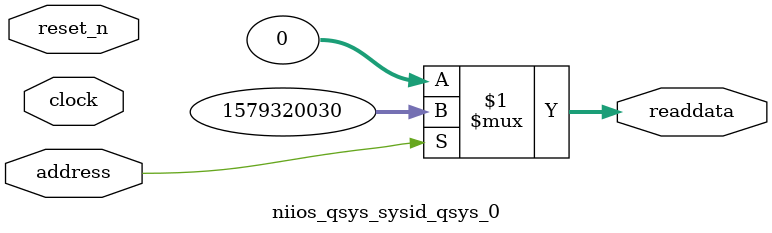
<source format=v>

`timescale 1ns / 1ps
// synthesis translate_on

// turn off superfluous verilog processor warnings 
// altera message_level Level1 
// altera message_off 10034 10035 10036 10037 10230 10240 10030 

module niios_qsys_sysid_qsys_0 (
               // inputs:
                address,
                clock,
                reset_n,

               // outputs:
                readdata
             )
;

  output  [ 31: 0] readdata;
  input            address;
  input            clock;
  input            reset_n;

  wire    [ 31: 0] readdata;
  //control_slave, which is an e_avalon_slave
  assign readdata = address ? 1579320030 : 0;

endmodule




</source>
